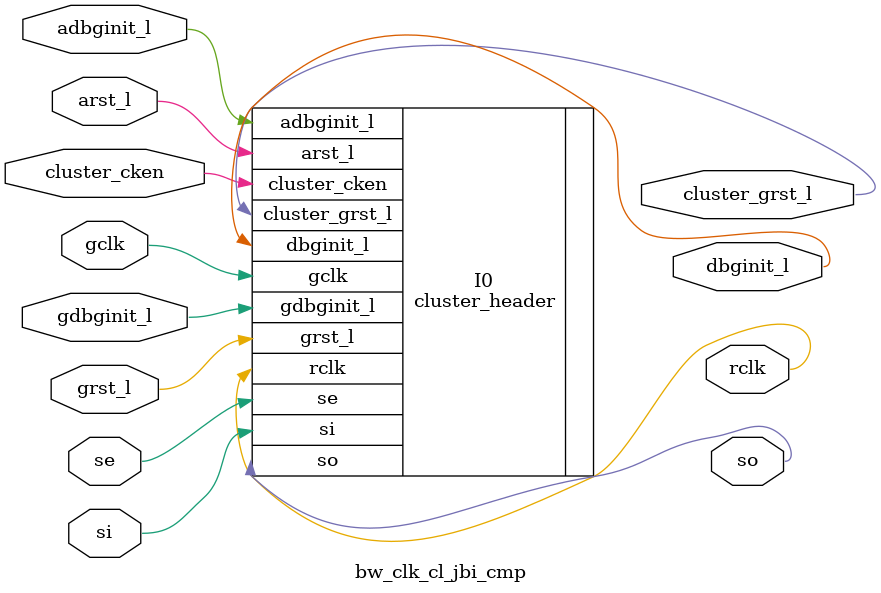
<source format=v>
/*
//  Description:	JBus Interface CMP clk cluster header
*/

module bw_clk_cl_jbi_cmp(so,dbginit_l ,cluster_grst_l ,rclk ,si ,se ,
adbginit_l ,gdbginit_l ,arst_l ,grst_l ,cluster_cken ,gclk );
output          so ;
output          dbginit_l ;
output          cluster_grst_l ;
output          rclk ;
input           si ;
input           se ;
input           adbginit_l ;
input           gdbginit_l ;
input           arst_l ;
input           grst_l ;
input           cluster_cken ;
input           gclk ;

cluster_header I0 (
.rclk            (rclk ),
.so              (so ),
.dbginit_l       (dbginit_l ),
.cluster_grst_l  (cluster_grst_l ),
.si              (si ),
.se              (se ),
.adbginit_l      (adbginit_l ),
.gdbginit_l      (gdbginit_l ),
.arst_l          (arst_l ),
.grst_l          (grst_l ),
.cluster_cken    (cluster_cken ),
.gclk            (gclk ) );
endmodule




</source>
